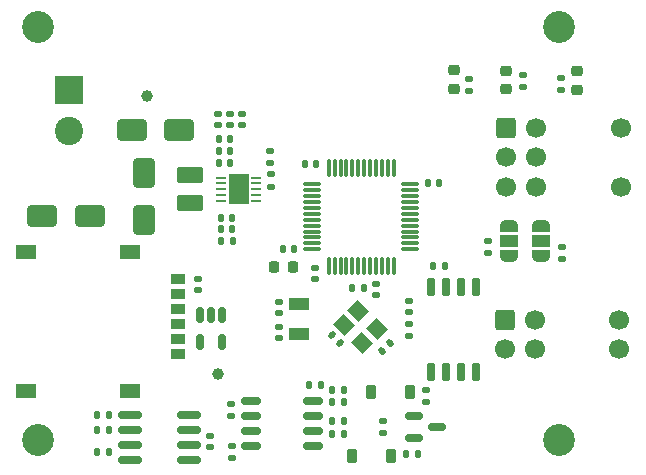
<source format=gbr>
G04 #@! TF.GenerationSoftware,KiCad,Pcbnew,7.0.2*
G04 #@! TF.CreationDate,2023-12-12T10:52:05+03:00*
G04 #@! TF.ProjectId,GPS_MODULE_V3.kicad_pro,4750535f-4d4f-4445-954c-455f56332e6b,rev?*
G04 #@! TF.SameCoordinates,Original*
G04 #@! TF.FileFunction,Soldermask,Top*
G04 #@! TF.FilePolarity,Negative*
%FSLAX46Y46*%
G04 Gerber Fmt 4.6, Leading zero omitted, Abs format (unit mm)*
G04 Created by KiCad (PCBNEW 7.0.2) date 2023-12-12 10:52:05*
%MOMM*%
%LPD*%
G01*
G04 APERTURE LIST*
G04 Aperture macros list*
%AMRoundRect*
0 Rectangle with rounded corners*
0 $1 Rounding radius*
0 $2 $3 $4 $5 $6 $7 $8 $9 X,Y pos of 4 corners*
0 Add a 4 corners polygon primitive as box body*
4,1,4,$2,$3,$4,$5,$6,$7,$8,$9,$2,$3,0*
0 Add four circle primitives for the rounded corners*
1,1,$1+$1,$2,$3*
1,1,$1+$1,$4,$5*
1,1,$1+$1,$6,$7*
1,1,$1+$1,$8,$9*
0 Add four rect primitives between the rounded corners*
20,1,$1+$1,$2,$3,$4,$5,0*
20,1,$1+$1,$4,$5,$6,$7,0*
20,1,$1+$1,$6,$7,$8,$9,0*
20,1,$1+$1,$8,$9,$2,$3,0*%
%AMRotRect*
0 Rectangle, with rotation*
0 The origin of the aperture is its center*
0 $1 length*
0 $2 width*
0 $3 Rotation angle, in degrees counterclockwise*
0 Add horizontal line*
21,1,$1,$2,0,0,$3*%
%AMFreePoly0*
4,1,19,0.550000,-0.750000,0.000000,-0.750000,0.000000,-0.744911,-0.071157,-0.744911,-0.207708,-0.704816,-0.327430,-0.627875,-0.420627,-0.520320,-0.479746,-0.390866,-0.500000,-0.250000,-0.500000,0.250000,-0.479746,0.390866,-0.420627,0.520320,-0.327430,0.627875,-0.207708,0.704816,-0.071157,0.744911,0.000000,0.744911,0.000000,0.750000,0.550000,0.750000,0.550000,-0.750000,0.550000,-0.750000,
$1*%
%AMFreePoly1*
4,1,19,0.000000,0.744911,0.071157,0.744911,0.207708,0.704816,0.327430,0.627875,0.420627,0.520320,0.479746,0.390866,0.500000,0.250000,0.500000,-0.250000,0.479746,-0.390866,0.420627,-0.520320,0.327430,-0.627875,0.207708,-0.704816,0.071157,-0.744911,0.000000,-0.744911,0.000000,-0.750000,-0.550000,-0.750000,-0.550000,0.750000,0.000000,0.750000,0.000000,0.744911,0.000000,0.744911,
$1*%
G04 Aperture macros list end*
%ADD10R,1.800000X1.000000*%
%ADD11C,2.700000*%
%ADD12RoundRect,0.140000X0.021213X-0.219203X0.219203X-0.021213X-0.021213X0.219203X-0.219203X0.021213X0*%
%ADD13RoundRect,0.250000X-0.650000X1.000000X-0.650000X-1.000000X0.650000X-1.000000X0.650000X1.000000X0*%
%ADD14C,1.000000*%
%ADD15RoundRect,0.140000X-0.170000X0.140000X-0.170000X-0.140000X0.170000X-0.140000X0.170000X0.140000X0*%
%ADD16RoundRect,0.135000X-0.185000X0.135000X-0.185000X-0.135000X0.185000X-0.135000X0.185000X0.135000X0*%
%ADD17RoundRect,0.135000X-0.135000X-0.185000X0.135000X-0.185000X0.135000X0.185000X-0.135000X0.185000X0*%
%ADD18RoundRect,0.140000X-0.140000X-0.170000X0.140000X-0.170000X0.140000X0.170000X-0.140000X0.170000X0*%
%ADD19RoundRect,0.140000X0.219203X0.021213X0.021213X0.219203X-0.219203X-0.021213X-0.021213X-0.219203X0*%
%ADD20RoundRect,0.140000X0.140000X0.170000X-0.140000X0.170000X-0.140000X-0.170000X0.140000X-0.170000X0*%
%ADD21RoundRect,0.218750X-0.256250X0.218750X-0.256250X-0.218750X0.256250X-0.218750X0.256250X0.218750X0*%
%ADD22RoundRect,0.150000X-0.587500X-0.150000X0.587500X-0.150000X0.587500X0.150000X-0.587500X0.150000X0*%
%ADD23RoundRect,0.135000X0.135000X0.185000X-0.135000X0.185000X-0.135000X-0.185000X0.135000X-0.185000X0*%
%ADD24RoundRect,0.218750X0.256250X-0.218750X0.256250X0.218750X-0.256250X0.218750X-0.256250X-0.218750X0*%
%ADD25RoundRect,0.062500X-0.350000X-0.062500X0.350000X-0.062500X0.350000X0.062500X-0.350000X0.062500X0*%
%ADD26R,1.700000X2.500000*%
%ADD27RoundRect,0.135000X0.185000X-0.135000X0.185000X0.135000X-0.185000X0.135000X-0.185000X-0.135000X0*%
%ADD28RoundRect,0.150000X-0.150000X0.650000X-0.150000X-0.650000X0.150000X-0.650000X0.150000X0.650000X0*%
%ADD29RotRect,1.400000X1.200000X135.000000*%
%ADD30RoundRect,0.250000X1.000000X0.650000X-1.000000X0.650000X-1.000000X-0.650000X1.000000X-0.650000X0*%
%ADD31RoundRect,0.075000X0.075000X-0.662500X0.075000X0.662500X-0.075000X0.662500X-0.075000X-0.662500X0*%
%ADD32RoundRect,0.075000X0.662500X-0.075000X0.662500X0.075000X-0.662500X0.075000X-0.662500X-0.075000X0*%
%ADD33RoundRect,0.150000X0.825000X0.150000X-0.825000X0.150000X-0.825000X-0.150000X0.825000X-0.150000X0*%
%ADD34RoundRect,0.150000X-0.150000X0.512500X-0.150000X-0.512500X0.150000X-0.512500X0.150000X0.512500X0*%
%ADD35RoundRect,0.218750X-0.218750X-0.256250X0.218750X-0.256250X0.218750X0.256250X-0.218750X0.256250X0*%
%ADD36RoundRect,0.225000X-0.225000X-0.375000X0.225000X-0.375000X0.225000X0.375000X-0.225000X0.375000X0*%
%ADD37R,1.200000X0.900000*%
%ADD38R,1.800000X1.300000*%
%ADD39FreePoly0,90.000000*%
%ADD40R,1.500000X1.000000*%
%ADD41FreePoly1,90.000000*%
%ADD42R,2.400000X2.400000*%
%ADD43C,2.400000*%
%ADD44RoundRect,0.140000X0.170000X-0.140000X0.170000X0.140000X-0.170000X0.140000X-0.170000X-0.140000X0*%
%ADD45RoundRect,0.250001X0.849999X-0.462499X0.849999X0.462499X-0.849999X0.462499X-0.849999X-0.462499X0*%
%ADD46RoundRect,0.250000X-1.000000X-0.650000X1.000000X-0.650000X1.000000X0.650000X-1.000000X0.650000X0*%
%ADD47RoundRect,0.150000X-0.675000X-0.150000X0.675000X-0.150000X0.675000X0.150000X-0.675000X0.150000X0*%
%ADD48C,1.700000*%
%ADD49RoundRect,0.250000X-0.600000X-0.600000X0.600000X-0.600000X0.600000X0.600000X-0.600000X0.600000X0*%
G04 APERTURE END LIST*
D10*
X248400000Y-94950000D03*
X248400000Y-92450000D03*
D11*
X226350000Y-68960000D03*
D12*
X255432320Y-96382045D03*
X256111142Y-95703223D03*
D13*
X235300000Y-81300000D03*
X235300000Y-85300000D03*
D14*
X241562500Y-98375000D03*
D15*
X241600000Y-76320000D03*
X241600000Y-77280000D03*
D16*
X270710000Y-87590000D03*
X270710000Y-88610000D03*
D17*
X252910000Y-91110000D03*
X253930000Y-91110000D03*
D18*
X241845000Y-87105000D03*
X242805000Y-87105000D03*
X241665000Y-79445000D03*
X242625000Y-79445000D03*
D19*
X251869411Y-95769411D03*
X251190589Y-95090589D03*
D20*
X260770000Y-89200000D03*
X259810000Y-89200000D03*
D11*
X270430000Y-103940000D03*
D21*
X271930000Y-72703776D03*
X271930000Y-74278776D03*
D22*
X258202500Y-101900000D03*
X258202500Y-103800000D03*
X260077500Y-102850000D03*
D23*
X258470000Y-105110000D03*
X257450000Y-105110000D03*
D18*
X241835000Y-85135000D03*
X242795000Y-85135000D03*
D24*
X265970000Y-74237500D03*
X265970000Y-72662500D03*
D25*
X241862500Y-81725000D03*
X241862500Y-82225000D03*
X241862500Y-82725000D03*
X241862500Y-83225000D03*
X241862500Y-83725000D03*
X244787500Y-83725000D03*
X244787500Y-83225000D03*
X244787500Y-82725000D03*
X244787500Y-82225000D03*
X244787500Y-81725000D03*
D26*
X243325000Y-82725000D03*
D15*
X249800000Y-89370000D03*
X249800000Y-90330000D03*
D27*
X259200000Y-100710000D03*
X259200000Y-99690000D03*
D28*
X263405000Y-90950000D03*
X262135000Y-90950000D03*
X260865000Y-90950000D03*
X259595000Y-90950000D03*
X259595000Y-98150000D03*
X260865000Y-98150000D03*
X262135000Y-98150000D03*
X263405000Y-98150000D03*
D29*
X255000000Y-94550000D03*
X253444365Y-92994365D03*
X252242284Y-94196446D03*
X253797919Y-95752081D03*
D30*
X238300000Y-77700000D03*
X234300000Y-77700000D03*
D20*
X232330000Y-101850000D03*
X231370000Y-101850000D03*
D31*
X250950000Y-89212500D03*
X251450000Y-89212500D03*
X251950000Y-89212500D03*
X252450000Y-89212500D03*
X252950000Y-89212500D03*
X253450000Y-89212500D03*
X253950000Y-89212500D03*
X254450000Y-89212500D03*
X254950000Y-89212500D03*
X255450000Y-89212500D03*
X255950000Y-89212500D03*
X256450000Y-89212500D03*
D32*
X257862500Y-87800000D03*
X257862500Y-87300000D03*
X257862500Y-86800000D03*
X257862500Y-86300000D03*
X257862500Y-85800000D03*
X257862500Y-85300000D03*
X257862500Y-84800000D03*
X257862500Y-84300000D03*
X257862500Y-83800000D03*
X257862500Y-83300000D03*
X257862500Y-82800000D03*
X257862500Y-82300000D03*
D31*
X256450000Y-80887500D03*
X255950000Y-80887500D03*
X255450000Y-80887500D03*
X254950000Y-80887500D03*
X254450000Y-80887500D03*
X253950000Y-80887500D03*
X253450000Y-80887500D03*
X252950000Y-80887500D03*
X252450000Y-80887500D03*
X251950000Y-80887500D03*
X251450000Y-80887500D03*
X250950000Y-80887500D03*
D32*
X249537500Y-82300000D03*
X249537500Y-82800000D03*
X249537500Y-83300000D03*
X249537500Y-83800000D03*
X249537500Y-84300000D03*
X249537500Y-84800000D03*
X249537500Y-85300000D03*
X249537500Y-85800000D03*
X249537500Y-86300000D03*
X249537500Y-86800000D03*
X249537500Y-87300000D03*
X249537500Y-87800000D03*
D33*
X239100000Y-105650000D03*
X239100000Y-104380000D03*
X239100000Y-103110000D03*
X239100000Y-101840000D03*
X234150000Y-101840000D03*
X234150000Y-103110000D03*
X234150000Y-104380000D03*
X234150000Y-105650000D03*
D20*
X248010000Y-87807500D03*
X247050000Y-87807500D03*
D15*
X242600000Y-76320000D03*
X242600000Y-77280000D03*
D34*
X241950000Y-93400000D03*
X241000000Y-93400000D03*
X240050000Y-93400000D03*
X240050000Y-95675000D03*
X241950000Y-95675000D03*
D35*
X246312500Y-89257500D03*
X247887500Y-89257500D03*
D20*
X249910000Y-80550000D03*
X248950000Y-80550000D03*
D16*
X262820000Y-73353334D03*
X262820000Y-74373334D03*
D17*
X251260000Y-102300000D03*
X252280000Y-102300000D03*
D36*
X252940000Y-105270000D03*
X256240000Y-105270000D03*
D16*
X246015000Y-79505000D03*
X246015000Y-80525000D03*
D37*
X238220000Y-90310000D03*
X238220000Y-92850000D03*
X238220000Y-95390000D03*
X238220000Y-91580000D03*
X238220000Y-94120000D03*
X238220000Y-96660000D03*
D38*
X234120000Y-88060000D03*
X225320000Y-88060000D03*
X234130000Y-99780000D03*
X225330000Y-99780000D03*
D27*
X267420000Y-74060000D03*
X267420000Y-73040000D03*
D39*
X266250000Y-88400000D03*
D40*
X266250000Y-87100000D03*
D41*
X266250000Y-85800000D03*
D17*
X251230000Y-103400000D03*
X252250000Y-103400000D03*
D20*
X250280000Y-99300000D03*
X249320000Y-99300000D03*
D15*
X240885000Y-103620000D03*
X240885000Y-104580000D03*
X239900000Y-90320000D03*
X239900000Y-91280000D03*
D42*
X228950000Y-74300000D03*
D43*
X228950000Y-77800000D03*
D27*
X264410000Y-88110000D03*
X264410000Y-87090000D03*
D39*
X268900000Y-88400000D03*
D40*
X268900000Y-87100000D03*
D41*
X268900000Y-85800000D03*
D16*
X270590000Y-73260000D03*
X270590000Y-74280000D03*
D15*
X254970000Y-90730000D03*
X254970000Y-91690000D03*
D18*
X259350000Y-82190000D03*
X260310000Y-82190000D03*
X251260000Y-99750000D03*
X252220000Y-99750000D03*
D44*
X246700000Y-93230000D03*
X246700000Y-92270000D03*
D18*
X241655000Y-78435000D03*
X242615000Y-78435000D03*
D21*
X261550000Y-72642500D03*
X261550000Y-74217500D03*
D23*
X232310000Y-104950000D03*
X231290000Y-104950000D03*
X232367500Y-103125000D03*
X231347500Y-103125000D03*
D45*
X239212500Y-83862500D03*
X239212500Y-81537500D03*
D18*
X241835000Y-86115000D03*
X242795000Y-86115000D03*
D46*
X226700000Y-85000000D03*
X230700000Y-85000000D03*
D27*
X242700000Y-101910000D03*
X242700000Y-100890000D03*
D47*
X244400000Y-100650000D03*
X244400000Y-101920000D03*
X244400000Y-103190000D03*
X244400000Y-104460000D03*
X249650000Y-104460000D03*
X249650000Y-103190000D03*
X249650000Y-101920000D03*
X249650000Y-100650000D03*
D27*
X255560000Y-103380000D03*
X255560000Y-102360000D03*
D36*
X254550000Y-99900000D03*
X257850000Y-99900000D03*
D18*
X241655000Y-80455000D03*
X242615000Y-80455000D03*
D16*
X246045000Y-81465000D03*
X246045000Y-82485000D03*
D18*
X251240000Y-100770000D03*
X252200000Y-100770000D03*
D27*
X257750000Y-95120000D03*
X257750000Y-94100000D03*
D11*
X270430000Y-68960000D03*
D15*
X246700000Y-94370000D03*
X246700000Y-95330000D03*
D14*
X235600000Y-74800000D03*
D44*
X257740000Y-93140000D03*
X257740000Y-92180000D03*
D27*
X242740000Y-105500000D03*
X242740000Y-104480000D03*
D11*
X226350000Y-103940000D03*
D48*
X275560000Y-93760000D03*
X275560000Y-96260000D03*
D49*
X265880000Y-93760000D03*
D48*
X265880000Y-96260000D03*
X268380000Y-93760000D03*
X268380000Y-96260000D03*
X275665000Y-77500000D03*
X275665000Y-82500000D03*
D49*
X265985000Y-77500000D03*
D48*
X265985000Y-80000000D03*
X265985000Y-82500000D03*
X268485000Y-77500000D03*
X268485000Y-80000000D03*
X268485000Y-82500000D03*
D15*
X243610000Y-76310000D03*
X243610000Y-77270000D03*
M02*

</source>
